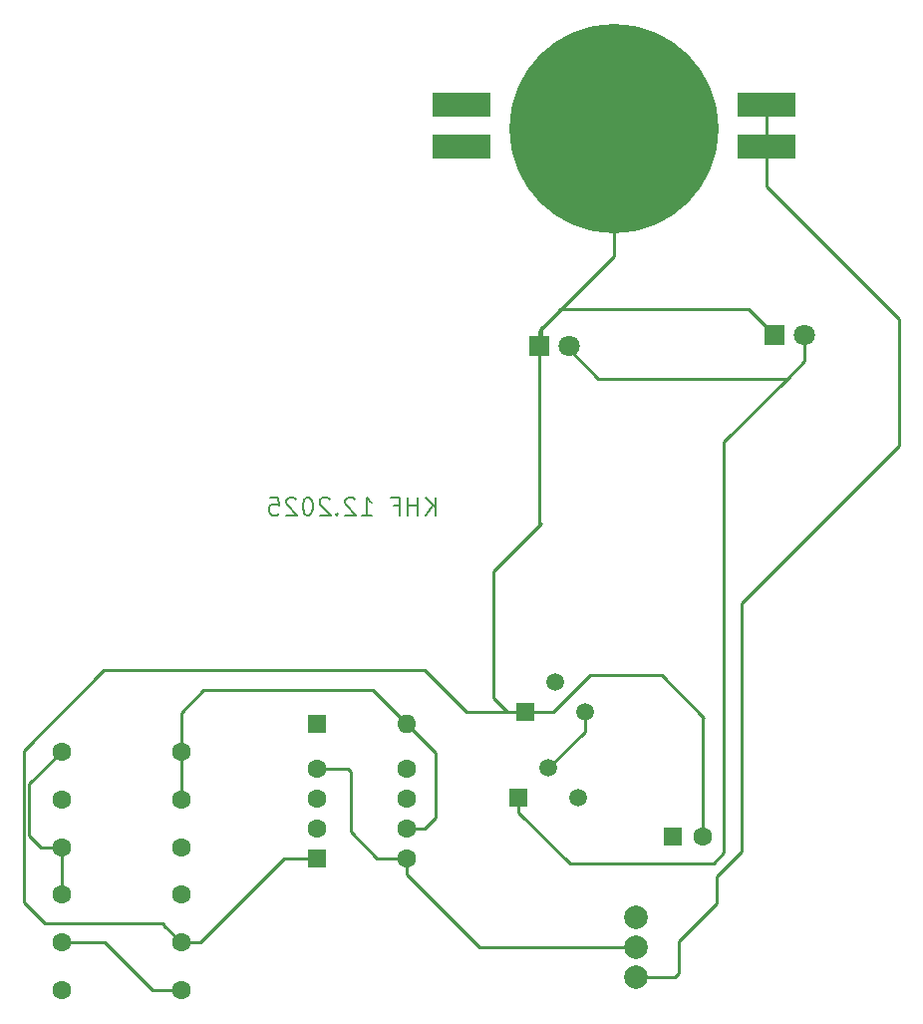
<source format=gbr>
%TF.GenerationSoftware,KiCad,Pcbnew,9.0.6*%
%TF.CreationDate,2025-12-07T14:23:17+01:00*%
%TF.ProjectId,Rocket,526f636b-6574-42e6-9b69-6361645f7063,rev?*%
%TF.SameCoordinates,Original*%
%TF.FileFunction,Copper,L2,Bot*%
%TF.FilePolarity,Positive*%
%FSLAX46Y46*%
G04 Gerber Fmt 4.6, Leading zero omitted, Abs format (unit mm)*
G04 Created by KiCad (PCBNEW 9.0.6) date 2025-12-07 14:23:17*
%MOMM*%
%LPD*%
G01*
G04 APERTURE LIST*
G04 Aperture macros list*
%AMRoundRect*
0 Rectangle with rounded corners*
0 $1 Rounding radius*
0 $2 $3 $4 $5 $6 $7 $8 $9 X,Y pos of 4 corners*
0 Add a 4 corners polygon primitive as box body*
4,1,4,$2,$3,$4,$5,$6,$7,$8,$9,$2,$3,0*
0 Add four circle primitives for the rounded corners*
1,1,$1+$1,$2,$3*
1,1,$1+$1,$4,$5*
1,1,$1+$1,$6,$7*
1,1,$1+$1,$8,$9*
0 Add four rect primitives between the rounded corners*
20,1,$1+$1,$2,$3,$4,$5,0*
20,1,$1+$1,$4,$5,$6,$7,0*
20,1,$1+$1,$6,$7,$8,$9,0*
20,1,$1+$1,$8,$9,$2,$3,0*%
G04 Aperture macros list end*
%ADD10C,0.200000*%
%TA.AperFunction,NonConductor*%
%ADD11C,0.200000*%
%TD*%
%TA.AperFunction,SMDPad,CuDef*%
%ADD12R,5.000000X2.000000*%
%TD*%
%TA.AperFunction,SMDPad,CuDef*%
%ADD13C,17.780000*%
%TD*%
%TA.AperFunction,ComponentPad*%
%ADD14C,2.000000*%
%TD*%
%TA.AperFunction,ComponentPad*%
%ADD15C,1.600000*%
%TD*%
%TA.AperFunction,ComponentPad*%
%ADD16RoundRect,0.250000X-0.550000X-0.550000X0.550000X-0.550000X0.550000X0.550000X-0.550000X0.550000X0*%
%TD*%
%TA.AperFunction,ComponentPad*%
%ADD17R,1.500000X1.500000*%
%TD*%
%TA.AperFunction,ComponentPad*%
%ADD18C,1.500000*%
%TD*%
%TA.AperFunction,ComponentPad*%
%ADD19R,1.600000X1.600000*%
%TD*%
%TA.AperFunction,ComponentPad*%
%ADD20O,1.600000X1.600000*%
%TD*%
%TA.AperFunction,ComponentPad*%
%ADD21R,1.800000X1.800000*%
%TD*%
%TA.AperFunction,ComponentPad*%
%ADD22C,1.800000*%
%TD*%
%TA.AperFunction,Conductor*%
%ADD23C,0.250000*%
%TD*%
G04 APERTURE END LIST*
D10*
D11*
X126555624Y-90689308D02*
X126555624Y-89189308D01*
X125698481Y-90689308D02*
X126341338Y-89832165D01*
X125698481Y-89189308D02*
X126555624Y-90046451D01*
X125055624Y-90689308D02*
X125055624Y-89189308D01*
X125055624Y-89903594D02*
X124198481Y-89903594D01*
X124198481Y-90689308D02*
X124198481Y-89189308D01*
X122984195Y-89903594D02*
X123484195Y-89903594D01*
X123484195Y-90689308D02*
X123484195Y-89189308D01*
X123484195Y-89189308D02*
X122769909Y-89189308D01*
X120269909Y-90689308D02*
X121127052Y-90689308D01*
X120698481Y-90689308D02*
X120698481Y-89189308D01*
X120698481Y-89189308D02*
X120841338Y-89403594D01*
X120841338Y-89403594D02*
X120984195Y-89546451D01*
X120984195Y-89546451D02*
X121127052Y-89617880D01*
X119698481Y-89332165D02*
X119627053Y-89260737D01*
X119627053Y-89260737D02*
X119484196Y-89189308D01*
X119484196Y-89189308D02*
X119127053Y-89189308D01*
X119127053Y-89189308D02*
X118984196Y-89260737D01*
X118984196Y-89260737D02*
X118912767Y-89332165D01*
X118912767Y-89332165D02*
X118841338Y-89475022D01*
X118841338Y-89475022D02*
X118841338Y-89617880D01*
X118841338Y-89617880D02*
X118912767Y-89832165D01*
X118912767Y-89832165D02*
X119769910Y-90689308D01*
X119769910Y-90689308D02*
X118841338Y-90689308D01*
X118198482Y-90546451D02*
X118127053Y-90617880D01*
X118127053Y-90617880D02*
X118198482Y-90689308D01*
X118198482Y-90689308D02*
X118269910Y-90617880D01*
X118269910Y-90617880D02*
X118198482Y-90546451D01*
X118198482Y-90546451D02*
X118198482Y-90689308D01*
X117555624Y-89332165D02*
X117484196Y-89260737D01*
X117484196Y-89260737D02*
X117341339Y-89189308D01*
X117341339Y-89189308D02*
X116984196Y-89189308D01*
X116984196Y-89189308D02*
X116841339Y-89260737D01*
X116841339Y-89260737D02*
X116769910Y-89332165D01*
X116769910Y-89332165D02*
X116698481Y-89475022D01*
X116698481Y-89475022D02*
X116698481Y-89617880D01*
X116698481Y-89617880D02*
X116769910Y-89832165D01*
X116769910Y-89832165D02*
X117627053Y-90689308D01*
X117627053Y-90689308D02*
X116698481Y-90689308D01*
X115769910Y-89189308D02*
X115627053Y-89189308D01*
X115627053Y-89189308D02*
X115484196Y-89260737D01*
X115484196Y-89260737D02*
X115412768Y-89332165D01*
X115412768Y-89332165D02*
X115341339Y-89475022D01*
X115341339Y-89475022D02*
X115269910Y-89760737D01*
X115269910Y-89760737D02*
X115269910Y-90117880D01*
X115269910Y-90117880D02*
X115341339Y-90403594D01*
X115341339Y-90403594D02*
X115412768Y-90546451D01*
X115412768Y-90546451D02*
X115484196Y-90617880D01*
X115484196Y-90617880D02*
X115627053Y-90689308D01*
X115627053Y-90689308D02*
X115769910Y-90689308D01*
X115769910Y-90689308D02*
X115912768Y-90617880D01*
X115912768Y-90617880D02*
X115984196Y-90546451D01*
X115984196Y-90546451D02*
X116055625Y-90403594D01*
X116055625Y-90403594D02*
X116127053Y-90117880D01*
X116127053Y-90117880D02*
X116127053Y-89760737D01*
X116127053Y-89760737D02*
X116055625Y-89475022D01*
X116055625Y-89475022D02*
X115984196Y-89332165D01*
X115984196Y-89332165D02*
X115912768Y-89260737D01*
X115912768Y-89260737D02*
X115769910Y-89189308D01*
X114698482Y-89332165D02*
X114627054Y-89260737D01*
X114627054Y-89260737D02*
X114484197Y-89189308D01*
X114484197Y-89189308D02*
X114127054Y-89189308D01*
X114127054Y-89189308D02*
X113984197Y-89260737D01*
X113984197Y-89260737D02*
X113912768Y-89332165D01*
X113912768Y-89332165D02*
X113841339Y-89475022D01*
X113841339Y-89475022D02*
X113841339Y-89617880D01*
X113841339Y-89617880D02*
X113912768Y-89832165D01*
X113912768Y-89832165D02*
X114769911Y-90689308D01*
X114769911Y-90689308D02*
X113841339Y-90689308D01*
X112484197Y-89189308D02*
X113198483Y-89189308D01*
X113198483Y-89189308D02*
X113269911Y-89903594D01*
X113269911Y-89903594D02*
X113198483Y-89832165D01*
X113198483Y-89832165D02*
X113055626Y-89760737D01*
X113055626Y-89760737D02*
X112698483Y-89760737D01*
X112698483Y-89760737D02*
X112555626Y-89832165D01*
X112555626Y-89832165D02*
X112484197Y-89903594D01*
X112484197Y-89903594D02*
X112412768Y-90046451D01*
X112412768Y-90046451D02*
X112412768Y-90403594D01*
X112412768Y-90403594D02*
X112484197Y-90546451D01*
X112484197Y-90546451D02*
X112555626Y-90617880D01*
X112555626Y-90617880D02*
X112698483Y-90689308D01*
X112698483Y-90689308D02*
X113055626Y-90689308D01*
X113055626Y-90689308D02*
X113198483Y-90617880D01*
X113198483Y-90617880D02*
X113269911Y-90546451D01*
D12*
%TO.P,U2,*%
%TO.N,*%
X128790345Y-55851280D03*
X128790345Y-59407280D03*
%TO.P,U2,1*%
%TO.N,Net-(S1-A-Pad1)*%
X154684345Y-55851280D03*
X154684345Y-59407280D03*
D13*
%TO.P,U2,2*%
%TO.N,Net-(D1-K)*%
X141744345Y-57883280D03*
%TD*%
D14*
%TO.P,S1,1,A*%
%TO.N,Net-(S1-A-Pad1)*%
X143544345Y-129963280D03*
%TO.P,S1,2,E*%
%TO.N,Net-(S1-E)*%
X143544345Y-127423280D03*
%TO.P,S1,3,A*%
%TO.N,unconnected-(S1-A-Pad3)*%
X143544345Y-124883280D03*
%TD*%
D15*
%TO.P,R1off1,1*%
%TO.N,Net-(S1-E)*%
X94764345Y-110783280D03*
%TO.P,R1off1,2*%
%TO.N,Net-(D3-A)*%
X104924345Y-110783280D03*
%TD*%
%TO.P,R7,1*%
%TO.N,Net-(D3-K)*%
X94764345Y-114833280D03*
%TO.P,R7,2*%
%TO.N,Net-(D3-A)*%
X104924345Y-114833280D03*
%TD*%
D16*
%TO.P,U1,1,GND*%
%TO.N,Net-(D1-K)*%
X116444345Y-119823280D03*
D15*
%TO.P,U1,2,TR*%
%TO.N,Net-(D3-K)*%
X116444345Y-117283280D03*
%TO.P,U1,3,Q*%
%TO.N,unconnected-(U1-Q-Pad3)*%
X116444345Y-114743280D03*
%TO.P,U1,4,R*%
%TO.N,Net-(S1-E)*%
X116444345Y-112203280D03*
%TO.P,U1,5,CV*%
%TO.N,unconnected-(U1-CV-Pad5)*%
X124064345Y-112203280D03*
%TO.P,U1,6,THR*%
%TO.N,Net-(D3-K)*%
X124064345Y-114743280D03*
%TO.P,U1,7,DIS*%
%TO.N,Net-(D3-A)*%
X124064345Y-117283280D03*
%TO.P,U1,8,VCC*%
%TO.N,Net-(S1-E)*%
X124064345Y-119823280D03*
%TD*%
%TO.P,R3,1*%
%TO.N,Net-(D3-K)*%
X94764345Y-131033280D03*
%TO.P,R3,2*%
%TO.N,Net-(Q1-B)*%
X104924345Y-131033280D03*
%TD*%
%TO.P,R6,1*%
%TO.N,Net-(S1-E)*%
X94764345Y-118883280D03*
%TO.P,R6,2*%
%TO.N,Net-(Q2-C)*%
X104924345Y-118883280D03*
%TD*%
%TO.P,R4,1*%
%TO.N,Net-(Q1-B)*%
X94764345Y-126983280D03*
%TO.P,R4,2*%
%TO.N,Net-(D1-K)*%
X104924345Y-126983280D03*
%TD*%
D17*
%TO.P,T2,1,E*%
%TO.N,Net-(D1-A)*%
X133604345Y-114723280D03*
D18*
%TO.P,T2,2,B*%
%TO.N,Net-(Q1-C)*%
X136144345Y-112183280D03*
%TO.P,T2,3,C*%
%TO.N,Net-(Q2-C)*%
X138684345Y-114723280D03*
%TD*%
D17*
%TO.P,T1,1,E*%
%TO.N,Net-(D1-K)*%
X134144345Y-107383280D03*
D18*
%TO.P,T1,2,B*%
%TO.N,Net-(Q1-B)*%
X136684345Y-104843280D03*
%TO.P,T1,3,C*%
%TO.N,Net-(Q1-C)*%
X139224345Y-107383280D03*
%TD*%
D15*
%TO.P,R5,1*%
%TO.N,Net-(S1-E)*%
X94764345Y-122933280D03*
%TO.P,R5,2*%
%TO.N,Net-(Q1-C)*%
X104924345Y-122933280D03*
%TD*%
D19*
%TO.P,47uF,1*%
%TO.N,Net-(D3-K)*%
X146744345Y-117983280D03*
D15*
%TO.P,47uF,2*%
%TO.N,Net-(D1-K)*%
X149244345Y-117983280D03*
%TD*%
D19*
%TO.P,D3,1,K*%
%TO.N,Net-(D3-K)*%
X116434345Y-108383280D03*
D20*
%TO.P,D3,2,A*%
%TO.N,Net-(D3-A)*%
X124054345Y-108383280D03*
%TD*%
D21*
%TO.P,D1,1,K*%
%TO.N,Net-(D1-K)*%
X135360000Y-76300000D03*
D22*
%TO.P,D1,2,A*%
%TO.N,Net-(D1-A)*%
X137900000Y-76300000D03*
%TD*%
D21*
%TO.P,D2,1,K*%
%TO.N,Net-(D1-K)*%
X155344345Y-75400000D03*
D22*
%TO.P,D2,2,A*%
%TO.N,Net-(D1-A)*%
X157884345Y-75400000D03*
%TD*%
D23*
%TO.N,Net-(D1-A)*%
X151044345Y-84438935D02*
X156400000Y-79083280D01*
X151044345Y-119383280D02*
X151044345Y-84438935D01*
X137944345Y-120283280D02*
X150144345Y-120283280D01*
X150144345Y-120283280D02*
X151044345Y-119383280D01*
X156400000Y-79083280D02*
X156444345Y-79083280D01*
X133604345Y-114723280D02*
X133604345Y-115943280D01*
X133604345Y-115943280D02*
X137944345Y-120283280D01*
%TO.N,Net-(D1-K)*%
X153127625Y-73183280D02*
X137244345Y-73183280D01*
X155344345Y-75400000D02*
X153127625Y-73183280D01*
X137613813Y-72813813D02*
X137244345Y-73183280D01*
X135360000Y-76300000D02*
X135360000Y-75067626D01*
X135360000Y-75067626D02*
X137613813Y-72813813D01*
X135360000Y-91567624D02*
X134963812Y-91963812D01*
X135360000Y-76300000D02*
X135360000Y-91567624D01*
X134963812Y-91963812D02*
X131444345Y-95483280D01*
X104924345Y-126983280D02*
X106544345Y-126983280D01*
X93344345Y-125383280D02*
X103444345Y-125383280D01*
X149244345Y-107983280D02*
X149244345Y-117983280D01*
%TO.N,Net-(D1-A)*%
X140384345Y-79083280D02*
X156400000Y-79083280D01*
%TO.N,Net-(D1-K)*%
X91544345Y-110683280D02*
X91544345Y-123583280D01*
X139644345Y-104283280D02*
X145744345Y-104283280D01*
X98344345Y-103883280D02*
X91544345Y-110683280D01*
X145744345Y-104283280D02*
X149344345Y-107883280D01*
X134144345Y-107383280D02*
X136544345Y-107383280D01*
X153244345Y-73183280D02*
X153127625Y-73183280D01*
X131444345Y-95483280D02*
X131444345Y-106183280D01*
X103444345Y-125503280D02*
X104924345Y-126983280D01*
X135544345Y-74683280D02*
X135544345Y-76783280D01*
X132644345Y-107383280D02*
X134144345Y-107383280D01*
X149344345Y-107883280D02*
X149244345Y-107983280D01*
X137244345Y-73183280D02*
X137044345Y-73183280D01*
X106544345Y-126983280D02*
X113704345Y-119823280D01*
X103444345Y-125383280D02*
X103444345Y-125503280D01*
X125644345Y-103883280D02*
X98344345Y-103883280D01*
X136544345Y-107383280D02*
X139644345Y-104283280D01*
X135544345Y-91383280D02*
X134963812Y-91963812D01*
X141744345Y-68683280D02*
X137613813Y-72813813D01*
X91544345Y-123583280D02*
X93344345Y-125383280D01*
%TO.N,Net-(D1-A)*%
X138084345Y-76783280D02*
X140384345Y-79083280D01*
%TO.N,Net-(D1-K)*%
X113704345Y-119823280D02*
X116444345Y-119823280D01*
%TO.N,Net-(D1-A)*%
X156444345Y-79083280D02*
X157884345Y-77643280D01*
%TO.N,Net-(D1-K)*%
X155344345Y-75783280D02*
X155344345Y-75283280D01*
X129144345Y-107383280D02*
X125644345Y-103883280D01*
X141744345Y-57883280D02*
X141744345Y-68683280D01*
X134144345Y-107383280D02*
X129144345Y-107383280D01*
X131444345Y-106183280D02*
X132644345Y-107383280D01*
%TO.N,Net-(S1-A-Pad1)*%
X152544345Y-98183280D02*
X152544345Y-119283280D01*
%TO.N,Net-(Q1-B)*%
X98444345Y-126983280D02*
X94764345Y-126983280D01*
%TO.N,Net-(S1-A-Pad1)*%
X165944345Y-84783280D02*
X152544345Y-98183280D01*
%TO.N,Net-(S1-E)*%
X94764345Y-122933280D02*
X94764345Y-118883280D01*
%TO.N,Net-(S1-A-Pad1)*%
X165944345Y-74083280D02*
X165944345Y-84783280D01*
X147244345Y-126883280D02*
X147244345Y-129583280D01*
X152544345Y-119283280D02*
X150444345Y-121383280D01*
%TO.N,Net-(S1-E)*%
X116444345Y-112203280D02*
X119064345Y-112203280D01*
%TO.N,Net-(S1-A-Pad1)*%
X150444345Y-123683280D02*
X147244345Y-126883280D01*
%TO.N,Net-(S1-E)*%
X92044345Y-113503280D02*
X92044345Y-117883280D01*
X121584345Y-119823280D02*
X124064345Y-119823280D01*
%TO.N,Net-(Q1-C)*%
X139224345Y-109103280D02*
X139224345Y-107383280D01*
X136144345Y-112183280D02*
X139224345Y-109103280D01*
%TO.N,Net-(S1-E)*%
X124064345Y-121203280D02*
X124064345Y-119823280D01*
X119344345Y-117583280D02*
X121584345Y-119823280D01*
X94764345Y-110783280D02*
X92044345Y-113503280D01*
X119064345Y-112203280D02*
X119344345Y-112483280D01*
X143544345Y-127423280D02*
X130284345Y-127423280D01*
%TO.N,Net-(Q1-B)*%
X102494345Y-131033280D02*
X98444345Y-126983280D01*
X104924345Y-131033280D02*
X102494345Y-131033280D01*
%TO.N,Net-(S1-A-Pad1)*%
X154684345Y-55851280D02*
X154684345Y-59407280D01*
X147244345Y-129583280D02*
X146864345Y-129963280D01*
%TO.N,Net-(S1-E)*%
X92044345Y-117883280D02*
X93044345Y-118883280D01*
%TO.N,Net-(S1-A-Pad1)*%
X154684345Y-59407280D02*
X154684345Y-62823280D01*
X146864345Y-129963280D02*
X143544345Y-129963280D01*
X150444345Y-121383280D02*
X150444345Y-123683280D01*
%TO.N,Net-(S1-E)*%
X130284345Y-127423280D02*
X124064345Y-121203280D01*
X93044345Y-118883280D02*
X94764345Y-118883280D01*
X119344345Y-112483280D02*
X119344345Y-117583280D01*
%TO.N,Net-(S1-A-Pad1)*%
X154684345Y-62823280D02*
X165944345Y-74083280D01*
%TO.N,Net-(D3-A)*%
X125644345Y-117283280D02*
X124064345Y-117283280D01*
X106844345Y-105583280D02*
X104924345Y-107503280D01*
X124054345Y-108383280D02*
X126544345Y-110873280D01*
X104924345Y-110783280D02*
X104924345Y-114833280D01*
X124054345Y-108383280D02*
X121254345Y-105583280D01*
X104924345Y-107503280D02*
X104924345Y-110783280D01*
X126544345Y-110873280D02*
X126544345Y-116383280D01*
X121254345Y-105583280D02*
X106844345Y-105583280D01*
X126544345Y-116383280D02*
X125644345Y-117283280D01*
%TO.N,Net-(D1-A)*%
X157884345Y-77643280D02*
X157884345Y-75783280D01*
%TD*%
M02*

</source>
